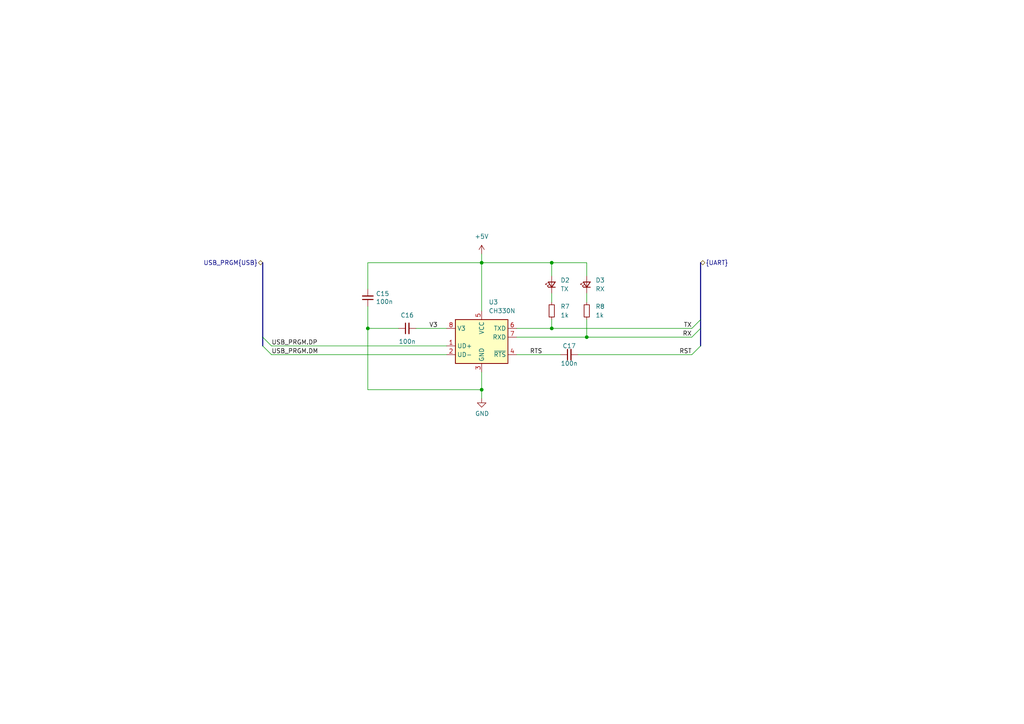
<source format=kicad_sch>
(kicad_sch (version 20211123) (generator eeschema)
  (paper "A4")
  (lib_symbols
    (symbol "Device:C_Small" (pin_numbers hide) (pin_names (offset 0.254) hide)
      (property "Reference" "C" (at 0.254 1.778 0))
      (property "Value" "C_Small" (at 0.254 -2.032 0))
      (symbol "C_Small_0_1"
        (polyline (pts (xy -1.524 -0.508) (xy 1.524 -0.508)) (stroke (width 0.3302)))
        (polyline (pts (xy -1.524 0.508) (xy 1.524 0.508)) (stroke (width 0.3048)))
      )
      (symbol "C_Small_1_1"
        (pin passive line (at 0 2.54 270) (length 2.032) (name "~") (number "1"))
        (pin passive line (at 0 -2.54 90) (length 2.032) (name "~") (number "2"))
      )
    )
    (symbol "Device:LED_Small" (pin_numbers hide) (pin_names (offset 0.254) hide)
      (property "Reference" "D" (at -1.27 3.175 0))
      (property "Value" "LED_Small" (at -4.445 -2.54 0))
      (symbol "LED_Small_0_1"
        (polyline (pts (xy -0.762 -1.016) (xy -0.762 1.016)) (stroke (width 0.254)))
        (polyline (pts (xy 1.016 0) (xy -0.762 0)))
        (polyline (pts (xy 0.762 -1.016) (xy -0.762 0) (xy 0.762 1.016) (xy 0.762 -1.016)) (stroke (width 0.254)))
        (polyline (pts (xy 0 0.762) (xy -0.508 1.27) (xy -0.254 1.27) (xy -0.508 1.27) (xy -0.508 1.016)))
        (polyline (pts (xy 0.508 1.27) (xy 0 1.778) (xy 0.254 1.778) (xy 0 1.778) (xy 0 1.524)))
      )
      (symbol "LED_Small_1_1"
        (pin passive line (at -2.54 0 0) (length 1.778) (name "K") (number "1"))
        (pin passive line (at 2.54 0 180) (length 1.778) (name "A") (number "2"))
      )
    )
    (symbol "Device:R_Small" (pin_numbers hide) (pin_names (offset 0.254) hide)
      (property "Reference" "R" (at 0.762 0.508 0))
      (property "Value" "R_Small" (at 0.762 -1.016 0))
      (symbol "R_Small_0_1"
        (rectangle (start -0.762 1.778) (end 0.762 -1.778) (stroke (width 0.2032)))
      )
      (symbol "R_Small_1_1"
        (pin passive line (at 0 2.54 270) (length 0.762) (name "~") (number "1"))
        (pin passive line (at 0 -2.54 90) (length 0.762) (name "~") (number "2"))
      )
    )
    (symbol "Interface_USB:CH330N"
      (property "Reference" "U" (at -7.62 6.35 0))
      (property "Value" "CH330N" (at 7.62 6.35 0))
      (symbol "CH330N_0_1"
        (rectangle (start -7.62 5.08) (end 7.62 -7.62) (stroke (width 0.254)) (fill (type background)))
      )
      (symbol "CH330N_1_1"
        (pin bidirectional line (at -10.16 -2.54 0) (length 2.54) (name "UD+") (number "1"))
        (pin bidirectional line (at -10.16 -5.08 0) (length 2.54) (name "UD-") (number "2"))
        (pin power_in line (at 0 -10.16 90) (length 2.54) (name "GND") (number "3"))
        (pin output line (at 10.16 -5.08 180) (length 2.54) (name "~{RTS}") (number "4"))
        (pin power_in line (at 0 7.62 270) (length 2.54) (name "VCC") (number "5"))
        (pin output line (at 10.16 2.54 180) (length 2.54) (name "TXD") (number "6"))
        (pin input line (at 10.16 0 180) (length 2.54) (name "RXD") (number "7"))
        (pin passive line (at -10.16 2.54 0) (length 2.54) (name "V3") (number "8"))
      )
    )
    (symbol "power:+5V" (power) (pin_names (offset 0))
      (property "Value" "+5V" (at 0 3.556 0))
      (symbol "+5V_0_1"
        (polyline (pts (xy -0.762 1.27) (xy 0 2.54)))
        (polyline (pts (xy 0 0) (xy 0 2.54)))
        (polyline (pts (xy 0 2.54) (xy 0.762 1.27)))
      )
      (symbol "+5V_1_1"
        (pin power_in line (at 0 0 90) (length 0) hide (name "+5V") (number "1"))
      )
    )
    (symbol "power:GND" (power) (pin_names (offset 0))
      (property "Value" "GND" (at 0 -3.81 0))
      (symbol "GND_0_1"
        (polyline (pts (xy 0 0) (xy 0 -1.27) (xy 1.27 -1.27) (xy 0 -2.54) (xy -1.27 -1.27) (xy 0 -1.27)))
      )
      (symbol "GND_1_1"
        (pin power_in line (at 0 0 270) (length 0) hide (name "GND") (number "1"))
      )
    )
  )
  (junction (at 139.7 113.03))
  (junction (at 139.7 76.2))
  (junction (at 170.18 97.79))
  (junction (at 160.02 76.2))
  (junction (at 160.02 95.25))
  (junction (at 106.68 95.25))
  (bus_entry (at 203.2 92.71) (size -2.54 2.54))
  (bus_entry (at 203.2 95.25) (size -2.54 2.54))
  (bus_entry (at 76.2 100.33) (size 2.54 2.54))
  (bus_entry (at 76.2 97.79) (size 2.54 2.54))
  (bus_entry (at 203.2 100.33) (size -2.54 2.54))
  (wire (pts (xy 160.02 95.25) (xy 200.66 95.25)))
  (bus (pts (xy 76.2 97.79) (xy 76.2 100.33)))
  (wire (pts (xy 106.68 76.2) (xy 106.68 83.82)))
  (wire (pts (xy 106.68 95.25) (xy 115.57 95.25)))
  (wire (pts (xy 78.74 100.33) (xy 129.54 100.33)))
  (wire (pts (xy 106.68 76.2) (xy 139.7 76.2)))
  (wire (pts (xy 160.02 92.71) (xy 160.02 95.25)))
  (wire (pts (xy 167.64 102.87) (xy 200.66 102.87)))
  (wire (pts (xy 149.86 97.79) (xy 170.18 97.79)))
  (wire (pts (xy 160.02 80.01) (xy 160.02 76.2)))
  (wire (pts (xy 106.68 113.03) (xy 139.7 113.03)))
  (wire (pts (xy 149.86 95.25) (xy 160.02 95.25)))
  (wire (pts (xy 106.68 113.03) (xy 106.68 95.25)))
  (wire (pts (xy 139.7 76.2) (xy 139.7 90.17)))
  (wire (pts (xy 170.18 85.09) (xy 170.18 87.63)))
  (wire (pts (xy 139.7 107.95) (xy 139.7 113.03)))
  (wire (pts (xy 170.18 76.2) (xy 160.02 76.2)))
  (wire (pts (xy 149.86 102.87) (xy 162.56 102.87)))
  (wire (pts (xy 78.74 102.87) (xy 129.54 102.87)))
  (bus (pts (xy 76.2 76.2) (xy 76.2 97.79)))
  (wire (pts (xy 139.7 115.57) (xy 139.7 113.03)))
  (bus (pts (xy 203.2 76.2) (xy 203.2 92.71)))
  (wire (pts (xy 139.7 76.2) (xy 160.02 76.2)))
  (wire (pts (xy 139.7 73.66) (xy 139.7 76.2)))
  (wire (pts (xy 170.18 97.79) (xy 170.18 92.71)))
  (wire (pts (xy 106.68 88.9) (xy 106.68 95.25)))
  (bus (pts (xy 203.2 95.25) (xy 203.2 100.33)))
  (wire (pts (xy 170.18 80.01) (xy 170.18 76.2)))
  (wire (pts (xy 160.02 85.09) (xy 160.02 87.63)))
  (wire (pts (xy 170.18 97.79) (xy 200.66 97.79)))
  (bus (pts (xy 203.2 92.71) (xy 203.2 95.25)))
  (wire (pts (xy 120.65 95.25) (xy 129.54 95.25)))
  (label "RST" (at 200.66 102.87 180))
  (label "TX" (at 200.66 95.25 180))
  (label "USB_PRGM.DP" (at 78.74 100.33 0))
  (label "RTS" (at 153.67 102.87 0))
  (label "V3" (at 124.46 95.25 0))
  (label "USB_PRGM.DM" (at 78.74 102.87 0))
  (label "RX" (at 200.66 97.79 180))
  (hierarchical_label "USB_PRGM{USB}" (shape bidirectional) (at 76.2 76.2 180))
  (hierarchical_label "{UART}" (shape bidirectional) (at 203.2 76.2 0))
  (symbol (lib_id "Device:C_Small") (at 118.11 95.25 90) (unit 1)
    (property "Reference" "C16" (at 118.11 91.44 90))
    (property "Value" "100n" (at 118.11 99.06 90))
    (property "Footprint" "Capacitor_SMD:C_0603_1608Metric" (effects hide))
  )
  (symbol (lib_id "Device:R_Small") (at 160.02 90.17 0) (unit 1)
    (property "Reference" "R7" (at 162.56 88.9 0) (effects (justify left)))
    (property "Value" "1k" (at 162.56 91.44 0) (effects (justify left)))
    (property "Footprint" "Resistor_SMD:R_0603_1608Metric" (effects hide))
  )
  (symbol (lib_id "power:GND") (at 139.7 115.57 0) (unit 1)
    (property "Reference" "#PWR018" (effects hide))
    (property "Value" "GND" (at 139.827 119.9642 0))
  )
  (symbol (lib_id "power:+5V") (at 139.7 73.66 0) (unit 1)
    (property "Reference" "#PWR017" (effects hide))
    (property "Value" "+5V" (at 139.7 68.58 0))
  )
  (symbol (lib_id "Device:R_Small") (at 170.18 90.17 0) (unit 1)
    (property "Reference" "R8" (at 172.72 88.9 0) (effects (justify left)))
    (property "Value" "1k" (at 172.72 91.44 0) (effects (justify left)))
    (property "Footprint" "Resistor_SMD:R_0603_1608Metric" (effects hide))
  )
  (symbol (lib_id "Interface_USB:CH330N") (at 139.7 97.79 0) (unit 1)
    (property "Reference" "U3" (at 141.7194 87.63 0) (effects (justify left)))
    (property "Value" "CH330N" (at 141.7194 90.17 0) (effects (justify left)))
    (property "Footprint" "Package_SO:SOIC-8_3.9x4.9mm_P1.27mm" (effects hide))
    (property "Datasheet" "http://www.wch.cn/downloads/file/240.html" (effects hide))
  )
  (symbol (lib_id "Device:LED_Small") (at 170.18 82.55 90) (unit 1)
    (property "Reference" "D3" (at 172.72 81.28 90) (effects (justify right)))
    (property "Value" "RX" (at 172.72 83.82 90) (effects (justify right)))
    (property "Footprint" "LED_SMD:LED_0603_1608Metric" (effects hide))
  )
  (symbol (lib_id "Device:C_Small") (at 106.68 86.36 180) (unit 1)
    (property "Reference" "C15" (at 109.0168 85.1916 0) (effects (justify right)))
    (property "Value" "100n" (at 109.0168 87.503 0) (effects (justify right)))
    (property "Footprint" "Capacitor_SMD:C_0603_1608Metric" (effects hide))
  )
  (symbol (lib_id "Device:C_Small") (at 165.1 102.87 90) (unit 1)
    (property "Reference" "C17" (at 165.1 100.33 90))
    (property "Value" "100n" (at 165.1 105.41 90))
    (property "Footprint" "Capacitor_SMD:C_0603_1608Metric" (effects hide))
  )
  (symbol (lib_id "Device:LED_Small") (at 160.02 82.55 90) (unit 1)
    (property "Reference" "D2" (at 162.56 81.28 90) (effects (justify right)))
    (property "Value" "TX" (at 162.56 83.82 90) (effects (justify right)))
    (property "Footprint" "LED_SMD:LED_0603_1608Metric" (effects hide))
  )
)
</source>
